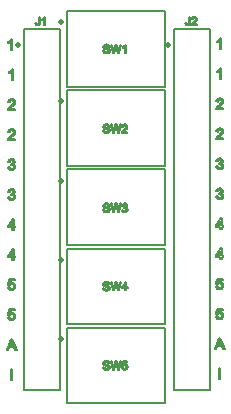
<source format=gto>
%FSLAX33Y33*%
%MOMM*%
%ADD10C,0.15*%
%ADD11C,0.2032*%
%ADD12C,0.5*%
D10*
%LNtop silkscreen_traces*%
%LNtop silkscreen component b5b981657f2f8731*%
G01*
X5875Y7099D02*
X5875Y13501D01*
X14125Y13501*
X14125Y7099*
X5875Y7099*
D11*
X9242Y9941D02*
X9242Y9941D01*
X9278Y9947*
X9311Y9955*
X9343Y9968*
X9372Y9983*
X9397Y10001*
X9419Y10022*
X9437Y10046*
X9451Y10072*
X9461Y10098*
X9467Y10125*
X9469Y10153*
X9467Y10181*
X9462Y10207*
X9453Y10232*
X9440Y10255*
X9423Y10276*
X9402Y10295*
X9377Y10312*
X9347Y10328*
X9321Y10338*
X9286Y10349*
X9242Y10361*
X9189Y10373*
X9189Y10373*
X9137Y10386*
X9137Y10386*
X9096Y10399*
X9096Y10399*
X9065Y10412*
X9065Y10412*
X9046Y10424*
X9046Y10424*
X9034Y10438*
X9034Y10438*
X9025Y10453*
X9025Y10453*
X9020Y10470*
X9020Y10470*
X9018Y10488*
X9018Y10488*
X9021Y10510*
X9021Y10510*
X9028Y10530*
X9028Y10530*
X9040Y10548*
X9040Y10548*
X9058Y10565*
X9058Y10565*
X9080Y10578*
X9080Y10578*
X9109Y10588*
X9109Y10588*
X9143Y10594*
X9143Y10594*
X9183Y10596*
X9183Y10596*
X9222Y10594*
X9222Y10594*
X9256Y10588*
X9256Y10588*
X9284Y10577*
X9284Y10577*
X9308Y10561*
X9308Y10561*
X9327Y10542*
X9327Y10542*
X9342Y10518*
X9342Y10518*
X9352Y10491*
X9352Y10490*
X9358Y10459*
X9448Y10466*
X9445Y10496*
X9438Y10525*
X9427Y10552*
X9413Y10578*
X9395Y10601*
X9373Y10622*
X9348Y10639*
X9319Y10653*
X9288Y10664*
X9254Y10672*
X9218Y10677*
X9179Y10679*
X9144Y10677*
X9110Y10673*
X9078Y10665*
X9048Y10654*
X9020Y10641*
X8996Y10624*
X8976Y10605*
X8958Y10583*
X8945Y10559*
X8935Y10534*
X8930Y10509*
X8928Y10482*
X8929Y10458*
X8934Y10435*
X8942Y10414*
X8953Y10393*
X8967Y10374*
X8984Y10357*
X9005Y10341*
X9029Y10327*
X9052Y10316*
X9083Y10305*
X9122Y10294*
X9167Y10282*
X9212Y10271*
X9212Y10271*
X9248Y10261*
X9248Y10261*
X9276Y10253*
X9276Y10253*
X9295Y10247*
X9295Y10247*
X9316Y10238*
X9316Y10238*
X9333Y10228*
X9333Y10228*
X9348Y10217*
X9348Y10217*
X9359Y10205*
X9359Y10205*
X9368Y10192*
X9368Y10191*
X9374Y10177*
X9374Y10177*
X9378Y10162*
X9378Y10162*
X9379Y10146*
X9379Y10146*
X9378Y10129*
X9378Y10129*
X9374Y10113*
X9374Y10113*
X9367Y10098*
X9367Y10098*
X9359Y10084*
X9359Y10084*
X9347Y10071*
X9347Y10071*
X9333Y10059*
X9333Y10059*
X9316Y10048*
X9316Y10048*
X9297Y10040*
X9297Y10040*
X9275Y10033*
X9275Y10033*
X9252Y10027*
X9252Y10027*
X9227Y10024*
X9227Y10024*
X9201Y10023*
X9201Y10023*
X9171Y10025*
X9171Y10025*
X9143Y10029*
X9143Y10029*
X9116Y10035*
X9116Y10035*
X9091Y10045*
X9091Y10045*
X9068Y10056*
X9068Y10056*
X9048Y10069*
X9048Y10069*
X9032Y10084*
X9032Y10084*
X9018Y10101*
X9018Y10101*
X9008Y10119*
X9008Y10119*
X8999Y10140*
X8999Y10140*
X8993Y10163*
X8993Y10163*
X8989Y10188*
X8900Y10181*
X8904Y10146*
X8911Y10113*
X8923Y10082*
X8940Y10053*
X8960Y10026*
X8984Y10003*
X9011Y9984*
X9042Y9968*
X9077Y9955*
X9116Y9947*
X9159Y9941*
X9205Y9940*
X9242Y9941*
X10454Y10667D02*
X10454Y10667D01*
X10360Y10667*
X10248Y10207*
X10248Y10207*
X10237Y10164*
X10228Y10124*
X10219Y10086*
X10212Y10051*
X10211Y10051*
X10201Y10112*
X10189Y10174*
X10173Y10238*
X10155Y10305*
X10053Y10667*
X9939Y10667*
X9803Y10183*
X9799Y10169*
X9793Y10142*
X9783Y10102*
X9771Y10051*
X9770Y10051*
X9763Y10088*
X9756Y10124*
X9748Y10161*
X9740Y10198*
X9631Y10667*
X9535Y10667*
X9725Y9952*
X9820Y9952*
X9972Y10497*
X9977Y10515*
X9982Y10535*
X9988Y10557*
X9993Y10581*
X9994Y10581*
X9997Y10570*
X10002Y10552*
X10008Y10528*
X10017Y10497*
X10017Y10497*
X10167Y9952*
X10258Y9952*
X10454Y10667*
X10877Y10123D02*
X10877Y10123D01*
X10877Y10123*
X10973Y10123*
X10973Y10203*
X10877Y10203*
X10877Y10203*
X10877Y10667*
X10805Y10667*
X10479Y10203*
X10479Y10123*
X10789Y10123*
X10790Y10123*
X10790Y9952*
X10877Y9952*
X10877Y10123*
X10789Y10524D02*
X10789Y10524D01*
X10566Y10204*
X10789Y10204*
X10789Y10524*
D12*
X5375Y12550D03*
%LNtop silkscreen component fb49618feed99df2*%
D10*
X5875Y27209D02*
X5875Y33611D01*
X14125Y33611*
X14125Y27209*
X5875Y27209*
D11*
X9242Y30041D02*
X9242Y30041D01*
X9278Y30047*
X9311Y30055*
X9343Y30068*
X9372Y30083*
X9397Y30101*
X9419Y30122*
X9437Y30146*
X9451Y30172*
X9461Y30198*
X9467Y30225*
X9469Y30253*
X9467Y30281*
X9462Y30307*
X9453Y30332*
X9440Y30355*
X9423Y30376*
X9402Y30395*
X9377Y30412*
X9347Y30428*
X9321Y30438*
X9286Y30449*
X9242Y30461*
X9189Y30473*
X9189Y30473*
X9137Y30486*
X9137Y30486*
X9096Y30499*
X9096Y30499*
X9065Y30512*
X9065Y30512*
X9046Y30524*
X9046Y30524*
X9034Y30538*
X9034Y30538*
X9025Y30553*
X9025Y30553*
X9020Y30570*
X9020Y30570*
X9018Y30588*
X9018Y30588*
X9021Y30610*
X9021Y30610*
X9028Y30630*
X9028Y30630*
X9040Y30648*
X9040Y30648*
X9058Y30665*
X9058Y30665*
X9080Y30678*
X9080Y30678*
X9109Y30688*
X9109Y30688*
X9143Y30694*
X9143Y30694*
X9183Y30696*
X9183Y30696*
X9222Y30694*
X9222Y30694*
X9256Y30688*
X9256Y30688*
X9284Y30677*
X9284Y30677*
X9308Y30661*
X9308Y30661*
X9327Y30642*
X9327Y30642*
X9342Y30618*
X9342Y30618*
X9352Y30591*
X9352Y30590*
X9358Y30559*
X9448Y30566*
X9445Y30596*
X9438Y30625*
X9427Y30652*
X9413Y30678*
X9395Y30701*
X9373Y30722*
X9348Y30739*
X9319Y30753*
X9288Y30764*
X9254Y30772*
X9218Y30777*
X9179Y30779*
X9144Y30777*
X9110Y30773*
X9078Y30765*
X9048Y30754*
X9020Y30741*
X8996Y30724*
X8976Y30705*
X8958Y30683*
X8945Y30659*
X8935Y30634*
X8930Y30609*
X8928Y30582*
X8929Y30558*
X8934Y30535*
X8942Y30514*
X8953Y30493*
X8967Y30474*
X8984Y30457*
X9005Y30441*
X9029Y30427*
X9052Y30416*
X9083Y30405*
X9122Y30394*
X9167Y30382*
X9212Y30371*
X9212Y30371*
X9248Y30361*
X9248Y30361*
X9276Y30353*
X9276Y30353*
X9295Y30347*
X9295Y30347*
X9316Y30338*
X9316Y30338*
X9333Y30328*
X9333Y30328*
X9348Y30317*
X9348Y30317*
X9359Y30305*
X9359Y30305*
X9368Y30292*
X9368Y30291*
X9374Y30277*
X9374Y30277*
X9378Y30262*
X9378Y30262*
X9379Y30246*
X9379Y30246*
X9378Y30229*
X9378Y30229*
X9374Y30213*
X9374Y30213*
X9367Y30198*
X9367Y30198*
X9359Y30184*
X9359Y30184*
X9347Y30171*
X9347Y30171*
X9333Y30159*
X9333Y30159*
X9316Y30148*
X9316Y30148*
X9297Y30140*
X9297Y30140*
X9275Y30133*
X9275Y30133*
X9252Y30127*
X9252Y30127*
X9227Y30124*
X9227Y30124*
X9201Y30123*
X9201Y30123*
X9171Y30125*
X9171Y30125*
X9143Y30129*
X9143Y30129*
X9116Y30135*
X9116Y30135*
X9091Y30145*
X9091Y30145*
X9068Y30156*
X9068Y30156*
X9048Y30169*
X9048Y30169*
X9032Y30184*
X9032Y30184*
X9018Y30201*
X9018Y30201*
X9008Y30219*
X9008Y30219*
X8999Y30240*
X8999Y30240*
X8993Y30263*
X8993Y30263*
X8989Y30288*
X8900Y30281*
X8904Y30246*
X8911Y30213*
X8923Y30182*
X8940Y30153*
X8960Y30126*
X8984Y30103*
X9011Y30084*
X9042Y30068*
X9077Y30055*
X9116Y30047*
X9159Y30041*
X9205Y30040*
X9242Y30041*
X10454Y30767D02*
X10454Y30767D01*
X10360Y30767*
X10248Y30307*
X10248Y30307*
X10237Y30264*
X10228Y30224*
X10219Y30186*
X10212Y30151*
X10211Y30151*
X10201Y30212*
X10189Y30274*
X10173Y30338*
X10155Y30405*
X10053Y30767*
X9939Y30767*
X9803Y30283*
X9799Y30269*
X9793Y30242*
X9783Y30202*
X9771Y30151*
X9770Y30151*
X9763Y30188*
X9756Y30224*
X9748Y30261*
X9740Y30298*
X9631Y30767*
X9535Y30767*
X9725Y30052*
X9820Y30052*
X9972Y30597*
X9977Y30615*
X9982Y30635*
X9988Y30657*
X9993Y30681*
X9994Y30681*
X9997Y30670*
X10002Y30652*
X10008Y30628*
X10017Y30597*
X10017Y30597*
X10167Y30052*
X10258Y30052*
X10454Y30767*
X10838Y30769D02*
X10838Y30769D01*
X10782Y30769*
X10769Y30746*
X10769Y30746*
X10751Y30723*
X10751Y30723*
X10730Y30698*
X10730Y30698*
X10704Y30674*
X10704Y30674*
X10675Y30650*
X10675Y30650*
X10644Y30628*
X10644Y30628*
X10611Y30608*
X10611Y30608*
X10575Y30590*
X10575Y30506*
X10596Y30514*
X10618Y30525*
X10642Y30537*
X10667Y30551*
X10692Y30566*
X10714Y30581*
X10733Y30597*
X10750Y30612*
X10751Y30612*
X10751Y30052*
X10838Y30052*
X10838Y30769*
D12*
X5375Y32660D03*
%LNtop silkscreen component 71733dfa736b678a*%
D10*
X5875Y0399D02*
X5875Y6801D01*
X14125Y6801*
X14125Y0399*
X5875Y0399*
D11*
X9242Y3241D02*
X9242Y3241D01*
X9278Y3247*
X9311Y3255*
X9343Y3268*
X9372Y3283*
X9397Y3301*
X9419Y3322*
X9437Y3346*
X9451Y3372*
X9461Y3398*
X9467Y3425*
X9469Y3453*
X9467Y3481*
X9462Y3507*
X9453Y3532*
X9440Y3555*
X9423Y3576*
X9402Y3595*
X9377Y3612*
X9347Y3628*
X9321Y3638*
X9286Y3649*
X9242Y3661*
X9189Y3673*
X9189Y3673*
X9137Y3686*
X9137Y3686*
X9096Y3699*
X9096Y3699*
X9065Y3712*
X9065Y3712*
X9046Y3724*
X9046Y3724*
X9034Y3738*
X9034Y3738*
X9025Y3753*
X9025Y3753*
X9020Y3770*
X9020Y3770*
X9018Y3788*
X9018Y3788*
X9021Y3810*
X9021Y3810*
X9028Y3830*
X9028Y3830*
X9040Y3848*
X9040Y3848*
X9058Y3865*
X9058Y3865*
X9080Y3878*
X9080Y3878*
X9109Y3888*
X9109Y3888*
X9143Y3894*
X9143Y3894*
X9183Y3896*
X9183Y3896*
X9222Y3894*
X9222Y3894*
X9256Y3888*
X9256Y3888*
X9284Y3877*
X9284Y3877*
X9308Y3861*
X9308Y3861*
X9327Y3842*
X9327Y3842*
X9342Y3818*
X9342Y3818*
X9352Y3791*
X9352Y3790*
X9358Y3759*
X9448Y3766*
X9445Y3796*
X9438Y3825*
X9427Y3852*
X9413Y3878*
X9395Y3901*
X9373Y3922*
X9348Y3939*
X9319Y3953*
X9288Y3964*
X9254Y3972*
X9218Y3977*
X9179Y3979*
X9144Y3977*
X9110Y3973*
X9078Y3965*
X9048Y3954*
X9020Y3941*
X8996Y3924*
X8976Y3905*
X8958Y3883*
X8945Y3859*
X8935Y3834*
X8930Y3809*
X8928Y3782*
X8929Y3758*
X8934Y3735*
X8942Y3714*
X8953Y3693*
X8967Y3674*
X8984Y3657*
X9005Y3641*
X9029Y3627*
X9052Y3616*
X9083Y3605*
X9122Y3594*
X9167Y3582*
X9212Y3571*
X9212Y3571*
X9248Y3561*
X9248Y3561*
X9276Y3553*
X9276Y3553*
X9295Y3547*
X9295Y3547*
X9316Y3538*
X9316Y3538*
X9333Y3528*
X9333Y3528*
X9348Y3517*
X9348Y3517*
X9359Y3505*
X9359Y3505*
X9368Y3492*
X9368Y3491*
X9374Y3477*
X9374Y3477*
X9378Y3462*
X9378Y3462*
X9379Y3446*
X9379Y3446*
X9378Y3429*
X9378Y3429*
X9374Y3413*
X9374Y3413*
X9367Y3398*
X9367Y3398*
X9359Y3384*
X9359Y3384*
X9347Y3371*
X9347Y3371*
X9333Y3359*
X9333Y3359*
X9316Y3348*
X9316Y3348*
X9297Y3340*
X9297Y3340*
X9275Y3333*
X9275Y3333*
X9252Y3327*
X9252Y3327*
X9227Y3324*
X9227Y3324*
X9201Y3323*
X9201Y3323*
X9171Y3325*
X9171Y3325*
X9143Y3329*
X9143Y3329*
X9116Y3335*
X9116Y3335*
X9091Y3345*
X9091Y3345*
X9068Y3356*
X9068Y3356*
X9048Y3369*
X9048Y3369*
X9032Y3384*
X9032Y3384*
X9018Y3401*
X9018Y3401*
X9008Y3419*
X9008Y3419*
X8999Y3440*
X8999Y3440*
X8993Y3463*
X8993Y3463*
X8989Y3488*
X8900Y3481*
X8904Y3446*
X8911Y3413*
X8923Y3382*
X8940Y3353*
X8960Y3326*
X8984Y3303*
X9011Y3284*
X9042Y3268*
X9077Y3255*
X9116Y3247*
X9159Y3241*
X9205Y3240*
X9242Y3241*
X10454Y3967D02*
X10454Y3967D01*
X10360Y3967*
X10248Y3507*
X10248Y3507*
X10237Y3464*
X10228Y3424*
X10219Y3386*
X10212Y3351*
X10211Y3351*
X10201Y3412*
X10189Y3474*
X10173Y3538*
X10155Y3605*
X10053Y3967*
X9939Y3967*
X9803Y3483*
X9799Y3469*
X9793Y3442*
X9783Y3402*
X9771Y3351*
X9770Y3351*
X9763Y3388*
X9756Y3424*
X9748Y3461*
X9740Y3498*
X9631Y3967*
X9535Y3967*
X9725Y3252*
X9820Y3252*
X9972Y3797*
X9977Y3815*
X9982Y3835*
X9988Y3857*
X9993Y3881*
X9994Y3881*
X9997Y3870*
X10002Y3852*
X10008Y3828*
X10017Y3797*
X10017Y3797*
X10167Y3252*
X10258Y3252*
X10454Y3967*
X10794Y3245D02*
X10794Y3245D01*
X10844Y3261*
X10887Y3288*
X10925Y3326*
X10950Y3363*
X10967Y3403*
X10978Y3447*
X10981Y3494*
X10977Y3542*
X10965Y3586*
X10945Y3626*
X10917Y3661*
X10883Y3689*
X10846Y3709*
X10804Y3721*
X10759Y3725*
X10724Y3722*
X10690Y3714*
X10657Y3700*
X10624Y3680*
X10624Y3681*
X10662Y3874*
X10662Y3874*
X10948Y3874*
X10948Y3957*
X10593Y3957*
X10524Y3590*
X10605Y3579*
X10616Y3594*
X10616Y3594*
X10628Y3607*
X10628Y3607*
X10643Y3619*
X10643Y3619*
X10659Y3629*
X10659Y3629*
X10677Y3638*
X10677Y3638*
X10695Y3644*
X10695Y3644*
X10715Y3647*
X10715Y3647*
X10736Y3649*
X10736Y3649*
X10769Y3646*
X10769Y3646*
X10798Y3638*
X10798Y3638*
X10824Y3624*
X10824Y3624*
X10847Y3605*
X10847Y3605*
X10865Y3581*
X10865Y3581*
X10879Y3554*
X10879Y3553*
X10887Y3522*
X10887Y3522*
X10889Y3486*
X10889Y3486*
X10886Y3448*
X10886Y3448*
X10878Y3415*
X10878Y3415*
X10864Y3385*
X10864Y3385*
X10845Y3359*
X10845Y3359*
X10822Y3338*
X10822Y3338*
X10796Y3323*
X10796Y3323*
X10768Y3314*
X10768Y3314*
X10737Y3311*
X10737Y3311*
X10712Y3313*
X10712Y3313*
X10688Y3319*
X10688Y3319*
X10667Y3330*
X10667Y3330*
X10647Y3345*
X10647Y3345*
X10630Y3364*
X10630Y3364*
X10616Y3387*
X10616Y3387*
X10606Y3415*
X10606Y3415*
X10599Y3446*
X10508Y3438*
X10516Y3396*
X10530Y3358*
X10551Y3324*
X10578Y3294*
X10611Y3270*
X10649Y3253*
X10691Y3243*
X10737Y3240*
X10794Y3245*
D12*
X5375Y5850D03*
%LNtop silkscreen component 144fe9a21d20c8f6*%
D10*
X5875Y13799D02*
X5875Y20201D01*
X14125Y20201*
X14125Y13799*
X5875Y13799*
D11*
X9242Y16591D02*
X9242Y16591D01*
X9278Y16597*
X9311Y16605*
X9343Y16618*
X9372Y16633*
X9397Y16651*
X9419Y16672*
X9437Y16696*
X9451Y16722*
X9461Y16748*
X9467Y16775*
X9469Y16803*
X9467Y16831*
X9462Y16857*
X9453Y16882*
X9440Y16905*
X9423Y16926*
X9402Y16945*
X9377Y16962*
X9347Y16978*
X9321Y16988*
X9286Y16999*
X9242Y17011*
X9189Y17023*
X9189Y17023*
X9137Y17036*
X9137Y17036*
X9096Y17049*
X9096Y17049*
X9065Y17062*
X9065Y17062*
X9046Y17074*
X9046Y17074*
X9034Y17088*
X9034Y17088*
X9025Y17103*
X9025Y17103*
X9020Y17120*
X9020Y17120*
X9018Y17138*
X9018Y17138*
X9021Y17160*
X9021Y17160*
X9028Y17180*
X9028Y17180*
X9040Y17198*
X9040Y17198*
X9058Y17215*
X9058Y17215*
X9080Y17228*
X9080Y17228*
X9109Y17238*
X9109Y17238*
X9143Y17244*
X9143Y17244*
X9183Y17246*
X9183Y17246*
X9222Y17244*
X9222Y17244*
X9256Y17238*
X9256Y17238*
X9284Y17227*
X9284Y17227*
X9308Y17211*
X9308Y17211*
X9327Y17192*
X9327Y17192*
X9342Y17168*
X9342Y17168*
X9352Y17141*
X9352Y17140*
X9358Y17109*
X9448Y17116*
X9445Y17146*
X9438Y17175*
X9427Y17202*
X9413Y17228*
X9395Y17251*
X9373Y17272*
X9348Y17289*
X9319Y17303*
X9288Y17314*
X9254Y17322*
X9218Y17327*
X9179Y17329*
X9144Y17327*
X9110Y17323*
X9078Y17315*
X9048Y17304*
X9020Y17291*
X8996Y17274*
X8976Y17255*
X8958Y17233*
X8945Y17209*
X8935Y17184*
X8930Y17159*
X8928Y17132*
X8929Y17108*
X8934Y17085*
X8942Y17064*
X8953Y17043*
X8967Y17024*
X8984Y17007*
X9005Y16991*
X9029Y16977*
X9052Y16966*
X9083Y16955*
X9122Y16944*
X9167Y16932*
X9212Y16921*
X9212Y16921*
X9248Y16911*
X9248Y16911*
X9276Y16903*
X9276Y16903*
X9295Y16897*
X9295Y16897*
X9316Y16888*
X9316Y16888*
X9333Y16878*
X9333Y16878*
X9348Y16867*
X9348Y16867*
X9359Y16855*
X9359Y16855*
X9368Y16842*
X9368Y16841*
X9374Y16827*
X9374Y16827*
X9378Y16812*
X9378Y16812*
X9379Y16796*
X9379Y16796*
X9378Y16779*
X9378Y16779*
X9374Y16763*
X9374Y16763*
X9367Y16748*
X9367Y16748*
X9359Y16734*
X9359Y16734*
X9347Y16721*
X9347Y16721*
X9333Y16709*
X9333Y16709*
X9316Y16698*
X9316Y16698*
X9297Y16690*
X9297Y16690*
X9275Y16683*
X9275Y16683*
X9252Y16677*
X9252Y16677*
X9227Y16674*
X9227Y16674*
X9201Y16673*
X9201Y16673*
X9171Y16675*
X9171Y16675*
X9143Y16679*
X9143Y16679*
X9116Y16685*
X9116Y16685*
X9091Y16695*
X9091Y16695*
X9068Y16706*
X9068Y16706*
X9048Y16719*
X9048Y16719*
X9032Y16734*
X9032Y16734*
X9018Y16751*
X9018Y16751*
X9008Y16769*
X9008Y16769*
X8999Y16790*
X8999Y16790*
X8993Y16813*
X8993Y16813*
X8989Y16838*
X8900Y16831*
X8904Y16796*
X8911Y16763*
X8923Y16732*
X8940Y16703*
X8960Y16676*
X8984Y16653*
X9011Y16634*
X9042Y16618*
X9077Y16605*
X9116Y16597*
X9159Y16591*
X9205Y16590*
X9242Y16591*
X10454Y17317D02*
X10454Y17317D01*
X10360Y17317*
X10248Y16857*
X10248Y16857*
X10237Y16814*
X10228Y16774*
X10219Y16736*
X10212Y16701*
X10211Y16701*
X10201Y16762*
X10189Y16824*
X10173Y16888*
X10155Y16955*
X10053Y17317*
X9939Y17317*
X9803Y16833*
X9799Y16819*
X9793Y16792*
X9783Y16752*
X9771Y16701*
X9770Y16701*
X9763Y16738*
X9756Y16774*
X9748Y16811*
X9740Y16848*
X9631Y17317*
X9535Y17317*
X9725Y16602*
X9820Y16602*
X9972Y17147*
X9977Y17165*
X9982Y17185*
X9988Y17207*
X9993Y17231*
X9994Y17231*
X9997Y17220*
X10002Y17202*
X10008Y17178*
X10017Y17147*
X10017Y17147*
X10167Y16602*
X10258Y16602*
X10454Y17317*
X10785Y16593D02*
X10785Y16593D01*
X10831Y16605*
X10872Y16626*
X10908Y16654*
X10938Y16688*
X10959Y16726*
X10972Y16768*
X10976Y16813*
X10974Y16846*
X10967Y16876*
X10956Y16903*
X10941Y16928*
X10922Y16949*
X10899Y16966*
X10873Y16979*
X10842Y16989*
X10842Y16989*
X10865Y17002*
X10885Y17016*
X10902Y17032*
X10916Y17050*
X10927Y17069*
X10935Y17090*
X10939Y17111*
X10941Y17134*
X10939Y17158*
X10934Y17181*
X10926Y17204*
X10915Y17226*
X10900Y17246*
X10883Y17265*
X10863Y17281*
X10840Y17294*
X10814Y17305*
X10788Y17313*
X10761Y17318*
X10732Y17319*
X10691Y17316*
X10654Y17307*
X10620Y17292*
X10590Y17271*
X10564Y17244*
X10543Y17213*
X10528Y17176*
X10517Y17135*
X10604Y17119*
X10610Y17149*
X10610Y17149*
X10620Y17175*
X10620Y17175*
X10633Y17198*
X10633Y17198*
X10648Y17216*
X10648Y17216*
X10666Y17230*
X10666Y17230*
X10687Y17240*
X10687Y17240*
X10709Y17246*
X10709Y17246*
X10734Y17248*
X10734Y17248*
X10759Y17246*
X10759Y17246*
X10781Y17240*
X10781Y17240*
X10801Y17230*
X10801Y17230*
X10819Y17216*
X10819Y17216*
X10833Y17199*
X10833Y17199*
X10843Y17180*
X10843Y17180*
X10850Y17159*
X10850Y17159*
X10852Y17136*
X10852Y17136*
X10849Y17107*
X10849Y17107*
X10840Y17083*
X10840Y17083*
X10826Y17062*
X10826Y17062*
X10807Y17045*
X10806Y17045*
X10783Y17032*
X10783Y17032*
X10759Y17023*
X10759Y17023*
X10733Y17018*
X10733Y17018*
X10705Y17016*
X10705Y17016*
X10702Y17016*
X10702Y17016*
X10699Y17016*
X10699Y17016*
X10695Y17016*
X10695Y17016*
X10691Y17017*
X10682Y16941*
X10699Y16945*
X10699Y16945*
X10715Y16948*
X10715Y16948*
X10730Y16950*
X10730Y16950*
X10743Y16950*
X10743Y16950*
X10772Y16948*
X10773Y16948*
X10799Y16940*
X10799Y16940*
X10823Y16928*
X10823Y16928*
X10844Y16911*
X10844Y16911*
X10862Y16890*
X10862Y16890*
X10874Y16866*
X10874Y16866*
X10881Y16840*
X10881Y16840*
X10884Y16811*
X10884Y16811*
X10881Y16780*
X10881Y16780*
X10873Y16752*
X10873Y16752*
X10860Y16727*
X10860Y16727*
X10841Y16704*
X10841Y16704*
X10818Y16685*
X10818Y16685*
X10793Y16672*
X10793Y16672*
X10766Y16663*
X10766Y16663*
X10736Y16661*
X10736Y16661*
X10711Y16663*
X10711Y16663*
X10687Y16669*
X10687Y16669*
X10666Y16679*
X10666Y16679*
X10647Y16694*
X10647Y16694*
X10630Y16713*
X10630Y16713*
X10616Y16737*
X10616Y16737*
X10604Y16767*
X10604Y16767*
X10595Y16801*
X10508Y16790*
X10516Y16748*
X10530Y16709*
X10552Y16675*
X10579Y16645*
X10612Y16621*
X10649Y16603*
X10690Y16593*
X10735Y16589*
X10785Y16593*
D12*
X5375Y19250D03*
%LNtop silkscreen component 37417e4259248a20*%
D10*
X14880Y1495D02*
X14880Y32065D01*
X17920Y32065*
X17920Y1495*
X14880Y1495*
D11*
X16094Y32397D02*
X16094Y32397D01*
X16122Y32402*
X16149Y32410*
X16173Y32421*
X16195Y32435*
X16214Y32453*
X16230Y32473*
X16242Y32496*
X16252Y32523*
X16258Y32555*
X16262Y32593*
X16264Y32635*
X16264Y33122*
X16170Y33122*
X16170Y32630*
X16170Y32630*
X16169Y32601*
X16169Y32601*
X16168Y32576*
X16168Y32576*
X16165Y32556*
X16165Y32556*
X16160Y32540*
X16160Y32540*
X16154Y32527*
X16154Y32526*
X16146Y32515*
X16146Y32515*
X16136Y32504*
X16136Y32504*
X16124Y32495*
X16124Y32495*
X16111Y32488*
X16111Y32488*
X16096Y32483*
X16096Y32483*
X16080Y32480*
X16080Y32480*
X16063Y32479*
X16063Y32479*
X16040Y32481*
X16040Y32481*
X16019Y32486*
X16019Y32486*
X16002Y32496*
X16002Y32496*
X15987Y32509*
X15987Y32509*
X15974Y32528*
X15974Y32528*
X15965Y32553*
X15965Y32553*
X15959Y32584*
X15959Y32584*
X15956Y32621*
X15871Y32610*
X15873Y32560*
X15882Y32517*
X15897Y32480*
X15919Y32449*
X15947Y32426*
X15980Y32409*
X16019Y32399*
X16063Y32395*
X16094Y32397*
X16845Y32491D02*
X16845Y32491D01*
X16494Y32491*
X16494Y32491*
X16502Y32504*
X16502Y32504*
X16510Y32516*
X16510Y32516*
X16520Y32528*
X16520Y32528*
X16531Y32539*
X16531Y32539*
X16546Y32554*
X16546Y32554*
X16568Y32574*
X16568Y32574*
X16597Y32599*
X16597Y32599*
X16633Y32630*
X16677Y32667*
X16714Y32701*
X16744Y32730*
X16768Y32755*
X16787Y32778*
X16803Y32800*
X16816Y32822*
X16826Y32843*
X16834Y32864*
X16839Y32885*
X16843Y32906*
X16844Y32927*
X16840Y32967*
X16829Y33004*
X16810Y33038*
X16784Y33068*
X16751Y33093*
X16713Y33111*
X16670Y33122*
X16621Y33125*
X16573Y33122*
X16530Y33112*
X16492Y33096*
X16459Y33072*
X16432Y33043*
X16411Y33008*
X16397Y32966*
X16389Y32919*
X16479Y32910*
X16481Y32941*
X16481Y32941*
X16489Y32970*
X16489Y32970*
X16501Y32994*
X16501Y32994*
X16517Y33015*
X16517Y33015*
X16538Y33032*
X16538Y33032*
X16562Y33044*
X16562Y33044*
X16589Y33051*
X16589Y33051*
X16619Y33054*
X16619Y33054*
X16648Y33051*
X16648Y33051*
X16674Y33045*
X16674Y33044*
X16697Y33033*
X16697Y33033*
X16717Y33017*
X16717Y33017*
X16733Y32998*
X16733Y32998*
X16745Y32977*
X16745Y32977*
X16752Y32954*
X16752Y32954*
X16755Y32929*
X16755Y32929*
X16752Y32904*
X16752Y32904*
X16744Y32877*
X16744Y32877*
X16731Y32851*
X16731Y32851*
X16713Y32823*
X16713Y32823*
X16688Y32792*
X16688Y32792*
X16653Y32757*
X16653Y32757*
X16609Y32717*
X16609Y32717*
X16556Y32671*
X16556Y32671*
X16520Y32641*
X16489Y32613*
X16463Y32587*
X16441Y32563*
X16422Y32539*
X16406Y32516*
X16393Y32492*
X16383Y32468*
X16378Y32453*
X16375Y32438*
X16373Y32423*
X16373Y32408*
X16845Y32408*
X16845Y32491*
D12*
X14380Y30750D03*
%LNtop silkscreen component e1d5e43d5734db6b*%
D10*
X2180Y1495D02*
X2180Y32065D01*
X5220Y32065*
X5220Y1495*
X2180Y1495*
D11*
X3394Y32397D02*
X3394Y32397D01*
X3422Y32402*
X3449Y32410*
X3473Y32421*
X3495Y32435*
X3514Y32453*
X3530Y32473*
X3542Y32496*
X3552Y32523*
X3558Y32555*
X3562Y32593*
X3564Y32635*
X3564Y33122*
X3470Y33122*
X3470Y32630*
X3470Y32630*
X3469Y32601*
X3469Y32601*
X3468Y32576*
X3468Y32576*
X3465Y32556*
X3465Y32556*
X3460Y32540*
X3460Y32540*
X3454Y32527*
X3454Y32526*
X3446Y32515*
X3446Y32515*
X3436Y32504*
X3436Y32504*
X3424Y32495*
X3424Y32495*
X3411Y32488*
X3411Y32488*
X3396Y32483*
X3396Y32483*
X3380Y32480*
X3380Y32480*
X3363Y32479*
X3363Y32479*
X3340Y32481*
X3340Y32481*
X3319Y32486*
X3319Y32486*
X3302Y32496*
X3302Y32496*
X3287Y32509*
X3287Y32509*
X3274Y32528*
X3274Y32528*
X3265Y32553*
X3265Y32553*
X3259Y32584*
X3259Y32584*
X3256Y32621*
X3171Y32610*
X3173Y32560*
X3182Y32517*
X3197Y32480*
X3219Y32449*
X3247Y32426*
X3280Y32409*
X3319Y32399*
X3363Y32395*
X3394Y32397*
X4014Y33125D02*
X4014Y33125D01*
X3958Y33125*
X3945Y33102*
X3945Y33102*
X3927Y33078*
X3927Y33078*
X3906Y33054*
X3906Y33054*
X3880Y33030*
X3880Y33030*
X3851Y33006*
X3851Y33006*
X3820Y32984*
X3820Y32984*
X3787Y32964*
X3787Y32964*
X3751Y32946*
X3751Y32862*
X3772Y32870*
X3794Y32880*
X3818Y32893*
X3843Y32907*
X3868Y32922*
X3890Y32937*
X3909Y32952*
X3927Y32968*
X3927Y32967*
X3927Y32408*
X4014Y32408*
X4014Y33125*
D12*
X1680Y30750D03*
%LNtop silkscreen component 6d5c9a98175d7d20*%
D10*
X5875Y20499D02*
X5875Y26901D01*
X14125Y26901*
X14125Y20499*
X5875Y20499*
D11*
X9242Y23291D02*
X9242Y23291D01*
X9278Y23297*
X9311Y23305*
X9343Y23318*
X9372Y23333*
X9397Y23351*
X9419Y23372*
X9437Y23396*
X9451Y23422*
X9461Y23448*
X9467Y23475*
X9469Y23503*
X9467Y23531*
X9462Y23557*
X9453Y23582*
X9440Y23605*
X9423Y23626*
X9402Y23645*
X9377Y23662*
X9347Y23678*
X9321Y23688*
X9286Y23699*
X9242Y23711*
X9189Y23723*
X9189Y23723*
X9137Y23736*
X9137Y23736*
X9096Y23749*
X9096Y23749*
X9065Y23762*
X9065Y23762*
X9046Y23774*
X9046Y23774*
X9034Y23788*
X9034Y23788*
X9025Y23803*
X9025Y23803*
X9020Y23820*
X9020Y23820*
X9018Y23838*
X9018Y23838*
X9021Y23860*
X9021Y23860*
X9028Y23880*
X9028Y23880*
X9040Y23898*
X9040Y23898*
X9058Y23915*
X9058Y23915*
X9080Y23928*
X9080Y23928*
X9109Y23938*
X9109Y23938*
X9143Y23944*
X9143Y23944*
X9183Y23946*
X9183Y23946*
X9222Y23944*
X9222Y23944*
X9256Y23938*
X9256Y23938*
X9284Y23927*
X9284Y23927*
X9308Y23911*
X9308Y23911*
X9327Y23892*
X9327Y23892*
X9342Y23868*
X9342Y23868*
X9352Y23841*
X9352Y23840*
X9358Y23809*
X9448Y23816*
X9445Y23846*
X9438Y23875*
X9427Y23902*
X9413Y23928*
X9395Y23951*
X9373Y23972*
X9348Y23989*
X9319Y24003*
X9288Y24014*
X9254Y24022*
X9218Y24027*
X9179Y24029*
X9144Y24027*
X9110Y24023*
X9078Y24015*
X9048Y24004*
X9020Y23991*
X8996Y23974*
X8976Y23955*
X8958Y23933*
X8945Y23909*
X8935Y23884*
X8930Y23859*
X8928Y23832*
X8929Y23808*
X8934Y23785*
X8942Y23764*
X8953Y23743*
X8967Y23724*
X8984Y23707*
X9005Y23691*
X9029Y23677*
X9052Y23666*
X9083Y23655*
X9122Y23644*
X9167Y23632*
X9212Y23621*
X9212Y23621*
X9248Y23611*
X9248Y23611*
X9276Y23603*
X9276Y23603*
X9295Y23597*
X9295Y23597*
X9316Y23588*
X9316Y23588*
X9333Y23578*
X9333Y23578*
X9348Y23567*
X9348Y23567*
X9359Y23555*
X9359Y23555*
X9368Y23542*
X9368Y23541*
X9374Y23527*
X9374Y23527*
X9378Y23512*
X9378Y23512*
X9379Y23496*
X9379Y23496*
X9378Y23479*
X9378Y23479*
X9374Y23463*
X9374Y23463*
X9367Y23448*
X9367Y23448*
X9359Y23434*
X9359Y23434*
X9347Y23421*
X9347Y23421*
X9333Y23409*
X9333Y23409*
X9316Y23398*
X9316Y23398*
X9297Y23390*
X9297Y23390*
X9275Y23383*
X9275Y23383*
X9252Y23377*
X9252Y23377*
X9227Y23374*
X9227Y23374*
X9201Y23373*
X9201Y23373*
X9171Y23375*
X9171Y23375*
X9143Y23379*
X9143Y23379*
X9116Y23385*
X9116Y23385*
X9091Y23395*
X9091Y23395*
X9068Y23406*
X9068Y23406*
X9048Y23419*
X9048Y23419*
X9032Y23434*
X9032Y23434*
X9018Y23451*
X9018Y23451*
X9008Y23469*
X9008Y23469*
X8999Y23490*
X8999Y23490*
X8993Y23513*
X8993Y23513*
X8989Y23538*
X8900Y23531*
X8904Y23496*
X8911Y23463*
X8923Y23432*
X8940Y23403*
X8960Y23376*
X8984Y23353*
X9011Y23334*
X9042Y23318*
X9077Y23305*
X9116Y23297*
X9159Y23291*
X9205Y23290*
X9242Y23291*
X10454Y24017D02*
X10454Y24017D01*
X10360Y24017*
X10248Y23557*
X10248Y23557*
X10237Y23514*
X10228Y23474*
X10219Y23436*
X10212Y23401*
X10211Y23401*
X10201Y23462*
X10189Y23524*
X10173Y23588*
X10155Y23655*
X10053Y24017*
X9939Y24017*
X9803Y23533*
X9799Y23519*
X9793Y23492*
X9783Y23452*
X9771Y23401*
X9770Y23401*
X9763Y23438*
X9756Y23474*
X9748Y23511*
X9740Y23548*
X9631Y24017*
X9535Y24017*
X9725Y23302*
X9820Y23302*
X9972Y23847*
X9977Y23865*
X9982Y23885*
X9988Y23907*
X9993Y23931*
X9994Y23931*
X9997Y23920*
X10002Y23902*
X10008Y23878*
X10017Y23847*
X10017Y23847*
X10167Y23302*
X10258Y23302*
X10454Y24017*
X10969Y23385D02*
X10969Y23385D01*
X10618Y23385*
X10618Y23386*
X10626Y23398*
X10626Y23398*
X10634Y23410*
X10634Y23410*
X10644Y23422*
X10644Y23422*
X10655Y23434*
X10655Y23434*
X10670Y23448*
X10670Y23448*
X10692Y23468*
X10692Y23468*
X10721Y23493*
X10721Y23493*
X10757Y23524*
X10801Y23562*
X10838Y23595*
X10868Y23625*
X10892Y23650*
X10911Y23672*
X10927Y23694*
X10940Y23716*
X10950Y23737*
X10958Y23758*
X10963Y23779*
X10967Y23800*
X10968Y23821*
X10964Y23862*
X10953Y23899*
X10934Y23932*
X10908Y23962*
X10875Y23987*
X10837Y24005*
X10794Y24016*
X10745Y24019*
X10697Y24016*
X10654Y24006*
X10616Y23990*
X10583Y23967*
X10556Y23937*
X10535Y23902*
X10521Y23860*
X10513Y23813*
X10603Y23804*
X10605Y23836*
X10605Y23836*
X10612Y23864*
X10613Y23864*
X10625Y23888*
X10625Y23889*
X10641Y23909*
X10641Y23909*
X10662Y23926*
X10662Y23926*
X10686Y23938*
X10686Y23938*
X10713Y23945*
X10713Y23945*
X10743Y23948*
X10743Y23948*
X10772Y23945*
X10772Y23945*
X10798Y23939*
X10798Y23939*
X10821Y23927*
X10821Y23927*
X10841Y23912*
X10841Y23912*
X10857Y23893*
X10857Y23893*
X10869Y23872*
X10869Y23872*
X10876Y23848*
X10876Y23848*
X10878Y23823*
X10878Y23823*
X10876Y23798*
X10876Y23798*
X10868Y23772*
X10868Y23772*
X10855Y23745*
X10855Y23745*
X10837Y23717*
X10837Y23717*
X10812Y23687*
X10812Y23687*
X10777Y23651*
X10777Y23651*
X10733Y23611*
X10733Y23611*
X10680Y23565*
X10680Y23565*
X10644Y23536*
X10613Y23508*
X10587Y23481*
X10565Y23457*
X10546Y23434*
X10530Y23410*
X10517Y23386*
X10507Y23362*
X10502Y23347*
X10499Y23332*
X10497Y23317*
X10497Y23302*
X10969Y23302*
X10969Y23385*
D12*
X5375Y25950D03*
%LNtext*%
D11*
X18899Y28752D02*
X18899Y28752D01*
X18828Y28752*
X18811Y28723*
X18811Y28723*
X18789Y28693*
X18789Y28693*
X18762Y28662*
X18762Y28662*
X18729Y28631*
X18729Y28631*
X18693Y28601*
X18693Y28601*
X18653Y28573*
X18653Y28573*
X18611Y28547*
X18611Y28547*
X18566Y28524*
X18566Y28417*
X18592Y28428*
X18620Y28441*
X18651Y28457*
X18682Y28475*
X18714Y28494*
X18741Y28513*
X18766Y28532*
X18788Y28552*
X18789Y28552*
X18789Y27841*
X18899Y27841*
X18899Y28752*
X18899Y31292D02*
X18899Y31292D01*
X18828Y31292*
X18811Y31263*
X18811Y31263*
X18789Y31233*
X18789Y31233*
X18762Y31202*
X18762Y31202*
X18729Y31171*
X18729Y31171*
X18693Y31141*
X18693Y31141*
X18653Y31113*
X18653Y31113*
X18611Y31087*
X18611Y31087*
X18566Y31064*
X18566Y30957*
X18592Y30968*
X18620Y30981*
X18651Y30997*
X18682Y31015*
X18714Y31034*
X18741Y31053*
X18766Y31072*
X18788Y31092*
X18789Y31092*
X18789Y30381*
X18899Y30381*
X18899Y31292*
X18948Y15358D02*
X18948Y15358D01*
X18949Y15358*
X19071Y15358*
X19071Y15459*
X18949Y15459*
X18948Y15460*
X18948Y16049*
X18858Y16049*
X18443Y15460*
X18443Y15358*
X18838Y15358*
X18838Y15358*
X18838Y15141*
X18948Y15141*
X18948Y15358*
X18837Y15868D02*
X18837Y15868D01*
X18554Y15460*
X18837Y15460*
X18837Y15868*
X18842Y3349D02*
X18842Y3349D01*
X18723Y3349*
X18723Y2441*
X18842Y2441*
X18842Y3349*
X1456Y25353D02*
X1456Y25353D01*
X1010Y25353*
X1010Y25353*
X1020Y25369*
X1020Y25369*
X1031Y25384*
X1031Y25384*
X1043Y25399*
X1043Y25399*
X1057Y25414*
X1057Y25414*
X1076Y25433*
X1076Y25433*
X1104Y25458*
X1104Y25458*
X1140Y25490*
X1140Y25490*
X1186Y25529*
X1242Y25577*
X1289Y25619*
X1328Y25657*
X1358Y25688*
X1382Y25717*
X1403Y25745*
X1419Y25773*
X1432Y25799*
X1442Y25826*
X1449Y25852*
X1453Y25879*
X1454Y25906*
X1450Y25958*
X1435Y26005*
X1412Y26048*
X1378Y26086*
X1337Y26118*
X1289Y26140*
X1233Y26154*
X1172Y26158*
X1110Y26154*
X1055Y26142*
X1007Y26121*
X0965Y26091*
X0931Y26054*
X0905Y26009*
X0887Y25956*
X0877Y25896*
X0991Y25885*
X0994Y25925*
X0994Y25925*
X1003Y25961*
X1003Y25961*
X1018Y25992*
X1018Y25992*
X1040Y26018*
X1040Y26018*
X1066Y26040*
X1066Y26040*
X1096Y26055*
X1096Y26055*
X1131Y26064*
X1131Y26064*
X1169Y26067*
X1169Y26067*
X1205Y26064*
X1206Y26064*
X1238Y26056*
X1238Y26055*
X1268Y26041*
X1268Y26041*
X1293Y26021*
X1293Y26021*
X1314Y25997*
X1314Y25997*
X1329Y25970*
X1329Y25970*
X1338Y25941*
X1338Y25941*
X1341Y25909*
X1341Y25909*
X1337Y25877*
X1337Y25877*
X1328Y25844*
X1328Y25844*
X1311Y25809*
X1311Y25809*
X1289Y25774*
X1289Y25774*
X1256Y25736*
X1256Y25736*
X1212Y25691*
X1212Y25691*
X1156Y25639*
X1156Y25639*
X1088Y25582*
X1088Y25582*
X1043Y25544*
X1004Y25508*
X0970Y25475*
X0942Y25444*
X0919Y25414*
X0899Y25384*
X0882Y25354*
X0869Y25323*
X0863Y25305*
X0858Y25285*
X0856Y25266*
X0856Y25247*
X1456Y25247*
X1456Y25353*
X1456Y22813D02*
X1456Y22813D01*
X1010Y22813*
X1010Y22813*
X1020Y22829*
X1020Y22829*
X1031Y22844*
X1031Y22844*
X1043Y22859*
X1043Y22859*
X1057Y22874*
X1057Y22874*
X1076Y22893*
X1076Y22893*
X1104Y22918*
X1104Y22918*
X1140Y22950*
X1140Y22950*
X1186Y22989*
X1242Y23037*
X1289Y23079*
X1328Y23117*
X1358Y23148*
X1382Y23177*
X1403Y23205*
X1419Y23233*
X1432Y23259*
X1442Y23286*
X1449Y23312*
X1453Y23339*
X1454Y23366*
X1450Y23418*
X1435Y23465*
X1412Y23508*
X1378Y23546*
X1337Y23578*
X1289Y23600*
X1233Y23614*
X1172Y23618*
X1110Y23614*
X1055Y23602*
X1007Y23581*
X0965Y23551*
X0931Y23514*
X0905Y23469*
X0887Y23416*
X0877Y23356*
X0991Y23345*
X0994Y23385*
X0994Y23385*
X1003Y23421*
X1003Y23421*
X1018Y23452*
X1018Y23452*
X1040Y23478*
X1040Y23478*
X1066Y23500*
X1066Y23500*
X1096Y23515*
X1096Y23515*
X1131Y23524*
X1131Y23524*
X1169Y23527*
X1169Y23527*
X1205Y23524*
X1206Y23524*
X1238Y23516*
X1238Y23515*
X1268Y23501*
X1268Y23501*
X1293Y23481*
X1293Y23481*
X1314Y23457*
X1314Y23457*
X1329Y23430*
X1329Y23430*
X1338Y23401*
X1338Y23401*
X1341Y23369*
X1341Y23369*
X1337Y23337*
X1337Y23337*
X1328Y23304*
X1328Y23304*
X1311Y23269*
X1311Y23269*
X1289Y23234*
X1289Y23234*
X1256Y23196*
X1256Y23196*
X1212Y23151*
X1212Y23151*
X1156Y23099*
X1156Y23099*
X1088Y23042*
X1088Y23042*
X1043Y23004*
X1004Y22968*
X0970Y22935*
X0942Y22904*
X0919Y22874*
X0899Y22844*
X0882Y22814*
X0869Y22783*
X0863Y22765*
X0858Y22745*
X0856Y22726*
X0856Y22707*
X1456Y22707*
X1456Y22813*
X18833Y5889D02*
X18833Y5889D01*
X18704Y5889*
X18355Y4981*
X18482Y4981*
X18582Y5256*
X18582Y5256*
X18962Y5256*
X18963Y5256*
X19069Y4981*
X19205Y4981*
X18833Y5889*
X18830Y5605D02*
X18830Y5605D01*
X18830Y5605*
X18809Y5660*
X18809Y5660*
X18792Y5709*
X18792Y5709*
X18777Y5754*
X18777Y5754*
X18766Y5792*
X18757Y5750*
X18757Y5750*
X18745Y5706*
X18745Y5706*
X18732Y5663*
X18732Y5663*
X18717Y5620*
X18717Y5620*
X18618Y5354*
X18924Y5354*
X18830Y5605*
X1289Y28698D02*
X1289Y28698D01*
X1218Y28698*
X1201Y28669*
X1201Y28669*
X1179Y28639*
X1179Y28639*
X1152Y28608*
X1152Y28608*
X1119Y28577*
X1119Y28577*
X1083Y28547*
X1083Y28547*
X1043Y28519*
X1043Y28519*
X1001Y28493*
X1001Y28493*
X0956Y28470*
X0956Y28363*
X0982Y28374*
X1010Y28387*
X1041Y28403*
X1072Y28421*
X1104Y28440*
X1131Y28459*
X1156Y28478*
X1178Y28498*
X1179Y28498*
X1179Y27787*
X1289Y27787*
X1289Y28698*
X1233Y7458D02*
X1233Y7458D01*
X1297Y7479*
X1352Y7513*
X1400Y7561*
X1431Y7608*
X1454Y7659*
X1467Y7715*
X1472Y7774*
X1467Y7836*
X1451Y7892*
X1426Y7942*
X1390Y7986*
X1347Y8022*
X1299Y8048*
X1247Y8063*
X1190Y8068*
X1145Y8065*
X1102Y8054*
X1059Y8036*
X1018Y8011*
X1017Y8011*
X1066Y8256*
X1067Y8257*
X1429Y8257*
X1429Y8362*
X0978Y8362*
X0890Y7896*
X0994Y7883*
X1007Y7901*
X1007Y7901*
X1023Y7918*
X1023Y7918*
X1042Y7933*
X1042Y7933*
X1062Y7946*
X1062Y7946*
X1085Y7957*
X1085Y7957*
X1108Y7965*
X1108Y7965*
X1133Y7969*
X1133Y7969*
X1160Y7971*
X1160Y7971*
X1201Y7967*
X1201Y7967*
X1238Y7957*
X1238Y7957*
X1272Y7940*
X1272Y7940*
X1301Y7915*
X1301Y7915*
X1324Y7885*
X1324Y7885*
X1341Y7850*
X1341Y7850*
X1351Y7810*
X1351Y7810*
X1354Y7764*
X1354Y7764*
X1351Y7716*
X1351Y7716*
X1340Y7674*
X1340Y7674*
X1323Y7636*
X1323Y7636*
X1298Y7603*
X1298Y7603*
X1269Y7576*
X1269Y7576*
X1236Y7557*
X1236Y7557*
X1201Y7546*
X1200Y7546*
X1162Y7542*
X1162Y7542*
X1129Y7544*
X1129Y7544*
X1099Y7553*
X1099Y7553*
X1072Y7566*
X1072Y7566*
X1047Y7585*
X1047Y7585*
X1025Y7609*
X1025Y7609*
X1008Y7639*
X1008Y7639*
X0995Y7674*
X0995Y7674*
X0986Y7714*
X0870Y7704*
X0880Y7650*
X0898Y7601*
X0925Y7558*
X0959Y7520*
X1001Y7490*
X1049Y7468*
X1103Y7455*
X1162Y7451*
X1233Y7458*
X18833Y20210D02*
X18833Y20210D01*
X18890Y20225*
X18942Y20251*
X18988Y20287*
X19026Y20331*
X19053Y20379*
X19070Y20431*
X19075Y20489*
X19072Y20531*
X19064Y20569*
X19050Y20604*
X19030Y20635*
X19006Y20662*
X18977Y20683*
X18943Y20700*
X18905Y20712*
X18905Y20713*
X18934Y20728*
X18960Y20746*
X18981Y20767*
X18999Y20790*
X19013Y20814*
X19022Y20840*
X19028Y20868*
X19030Y20897*
X19028Y20927*
X19022Y20957*
X19012Y20986*
X18997Y21013*
X18979Y21040*
X18957Y21063*
X18931Y21083*
X18902Y21100*
X18870Y21114*
X18836Y21124*
X18801Y21130*
X18765Y21132*
X18713Y21128*
X18666Y21117*
X18623Y21098*
X18585Y21071*
X18552Y21037*
X18525Y20997*
X18505Y20950*
X18492Y20898*
X18603Y20878*
X18611Y20916*
X18611Y20916*
X18623Y20949*
X18623Y20949*
X18639Y20977*
X18639Y20977*
X18658Y21000*
X18658Y21000*
X18682Y21018*
X18682Y21018*
X18707Y21031*
X18707Y21031*
X18736Y21039*
X18736Y21039*
X18767Y21042*
X18767Y21042*
X18799Y21039*
X18799Y21039*
X18827Y21031*
X18827Y21031*
X18853Y21019*
X18853Y21019*
X18875Y21001*
X18875Y21001*
X18893Y20980*
X18893Y20980*
X18906Y20955*
X18906Y20955*
X18914Y20929*
X18914Y20928*
X18917Y20899*
X18917Y20899*
X18913Y20863*
X18913Y20863*
X18902Y20831*
X18902Y20831*
X18884Y20805*
X18884Y20805*
X18859Y20784*
X18859Y20784*
X18830Y20768*
X18830Y20768*
X18799Y20756*
X18799Y20756*
X18766Y20749*
X18766Y20749*
X18731Y20747*
X18731Y20747*
X18727Y20747*
X18727Y20747*
X18723Y20747*
X18723Y20747*
X18718Y20747*
X18718Y20747*
X18713Y20748*
X18701Y20651*
X18723Y20656*
X18723Y20656*
X18743Y20660*
X18743Y20660*
X18762Y20662*
X18762Y20662*
X18779Y20663*
X18779Y20663*
X18816Y20660*
X18816Y20660*
X18850Y20651*
X18850Y20651*
X18880Y20635*
X18880Y20635*
X18907Y20613*
X18907Y20613*
X18929Y20587*
X18929Y20586*
X18945Y20556*
X18945Y20556*
X18954Y20523*
X18954Y20523*
X18958Y20486*
X18958Y20486*
X18954Y20447*
X18954Y20447*
X18944Y20412*
X18944Y20412*
X18927Y20379*
X18927Y20379*
X18903Y20351*
X18903Y20350*
X18874Y20327*
X18874Y20327*
X18843Y20309*
X18843Y20309*
X18808Y20299*
X18808Y20299*
X18770Y20296*
X18770Y20296*
X18738Y20298*
X18738Y20298*
X18708Y20306*
X18708Y20306*
X18681Y20319*
X18681Y20319*
X18657Y20338*
X18657Y20338*
X18635Y20362*
X18635Y20362*
X18617Y20393*
X18617Y20393*
X18603Y20431*
X18603Y20431*
X18591Y20474*
X18481Y20460*
X18490Y20406*
X18509Y20357*
X18536Y20314*
X18571Y20276*
X18613Y20244*
X18660Y20222*
X18712Y20209*
X18769Y20204*
X18833Y20210*
X1232Y3295D02*
X1232Y3295D01*
X1113Y3295*
X1113Y2387*
X1232Y2387*
X1232Y3295*
X19066Y22867D02*
X19066Y22867D01*
X18620Y22867*
X18620Y22867*
X18630Y22883*
X18630Y22883*
X18641Y22898*
X18641Y22898*
X18653Y22913*
X18653Y22913*
X18667Y22928*
X18667Y22928*
X18686Y22947*
X18686Y22947*
X18714Y22972*
X18714Y22972*
X18750Y23004*
X18750Y23004*
X18796Y23043*
X18852Y23091*
X18899Y23133*
X18938Y23171*
X18968Y23202*
X18992Y23231*
X19013Y23259*
X19029Y23287*
X19042Y23313*
X19052Y23340*
X19059Y23366*
X19063Y23393*
X19064Y23420*
X19060Y23472*
X19045Y23519*
X19022Y23562*
X18988Y23600*
X18947Y23632*
X18899Y23654*
X18843Y23668*
X18782Y23672*
X18720Y23668*
X18665Y23656*
X18617Y23635*
X18575Y23605*
X18541Y23568*
X18515Y23523*
X18497Y23470*
X18487Y23410*
X18601Y23399*
X18604Y23439*
X18604Y23439*
X18613Y23475*
X18613Y23475*
X18628Y23506*
X18628Y23506*
X18650Y23532*
X18650Y23532*
X18676Y23554*
X18676Y23554*
X18706Y23569*
X18706Y23569*
X18741Y23578*
X18741Y23578*
X18779Y23581*
X18779Y23581*
X18815Y23578*
X18816Y23578*
X18848Y23570*
X18848Y23569*
X18878Y23555*
X18878Y23555*
X18903Y23535*
X18903Y23535*
X18924Y23511*
X18924Y23511*
X18939Y23484*
X18939Y23484*
X18948Y23455*
X18948Y23455*
X18951Y23423*
X18951Y23423*
X18947Y23391*
X18947Y23391*
X18938Y23358*
X18938Y23358*
X18921Y23323*
X18921Y23323*
X18899Y23288*
X18899Y23288*
X18866Y23250*
X18866Y23250*
X18822Y23205*
X18822Y23205*
X18766Y23153*
X18766Y23153*
X18698Y23096*
X18698Y23096*
X18653Y23058*
X18614Y23022*
X18580Y22989*
X18552Y22958*
X18529Y22928*
X18509Y22898*
X18492Y22868*
X18479Y22837*
X18473Y22819*
X18468Y22799*
X18466Y22780*
X18466Y22761*
X19066Y22761*
X19066Y22867*
X1223Y5835D02*
X1223Y5835D01*
X1094Y5835*
X0745Y4927*
X0872Y4927*
X0972Y5202*
X0972Y5202*
X1352Y5202*
X1353Y5202*
X1459Y4927*
X1595Y4927*
X1223Y5835*
X1220Y5551D02*
X1220Y5551D01*
X1220Y5551*
X1199Y5606*
X1199Y5606*
X1182Y5655*
X1182Y5655*
X1167Y5700*
X1167Y5700*
X1156Y5738*
X1147Y5696*
X1147Y5696*
X1135Y5652*
X1135Y5652*
X1122Y5609*
X1122Y5609*
X1107Y5566*
X1107Y5566*
X1008Y5300*
X1314Y5300*
X1220Y5551*
X1223Y17616D02*
X1223Y17616D01*
X1280Y17631*
X1332Y17657*
X1378Y17693*
X1416Y17737*
X1443Y17785*
X1460Y17837*
X1465Y17895*
X1462Y17937*
X1454Y17975*
X1440Y18010*
X1420Y18041*
X1396Y18068*
X1367Y18089*
X1333Y18106*
X1295Y18118*
X1295Y18119*
X1324Y18134*
X1350Y18152*
X1371Y18173*
X1389Y18196*
X1403Y18220*
X1412Y18246*
X1418Y18274*
X1420Y18303*
X1418Y18333*
X1412Y18363*
X1402Y18392*
X1387Y18419*
X1369Y18446*
X1347Y18469*
X1321Y18489*
X1292Y18506*
X1260Y18520*
X1226Y18530*
X1191Y18536*
X1155Y18538*
X1103Y18534*
X1056Y18523*
X1013Y18504*
X0975Y18477*
X0942Y18443*
X0915Y18403*
X0895Y18356*
X0882Y18304*
X0993Y18284*
X1001Y18322*
X1001Y18322*
X1013Y18355*
X1013Y18355*
X1029Y18383*
X1029Y18383*
X1048Y18406*
X1048Y18406*
X1072Y18424*
X1072Y18424*
X1097Y18437*
X1097Y18437*
X1126Y18445*
X1126Y18445*
X1157Y18448*
X1157Y18448*
X1189Y18445*
X1189Y18445*
X1217Y18437*
X1217Y18437*
X1243Y18425*
X1243Y18425*
X1265Y18407*
X1265Y18407*
X1283Y18386*
X1283Y18386*
X1296Y18361*
X1296Y18361*
X1304Y18335*
X1304Y18334*
X1307Y18305*
X1307Y18305*
X1303Y18269*
X1303Y18269*
X1292Y18237*
X1292Y18237*
X1274Y18211*
X1274Y18211*
X1249Y18190*
X1249Y18190*
X1220Y18174*
X1220Y18174*
X1189Y18162*
X1189Y18162*
X1156Y18155*
X1156Y18155*
X1121Y18153*
X1121Y18153*
X1117Y18153*
X1117Y18153*
X1113Y18153*
X1113Y18153*
X1108Y18153*
X1108Y18153*
X1103Y18154*
X1091Y18057*
X1113Y18062*
X1113Y18062*
X1133Y18066*
X1133Y18066*
X1152Y18068*
X1152Y18068*
X1169Y18069*
X1169Y18069*
X1206Y18066*
X1206Y18066*
X1240Y18057*
X1240Y18057*
X1270Y18041*
X1270Y18041*
X1297Y18019*
X1297Y18019*
X1319Y17993*
X1319Y17992*
X1335Y17962*
X1335Y17962*
X1344Y17929*
X1344Y17929*
X1348Y17892*
X1348Y17892*
X1344Y17853*
X1344Y17853*
X1334Y17818*
X1334Y17818*
X1317Y17785*
X1317Y17785*
X1293Y17757*
X1293Y17756*
X1264Y17733*
X1264Y17733*
X1233Y17715*
X1233Y17715*
X1198Y17705*
X1198Y17705*
X1160Y17702*
X1160Y17702*
X1128Y17704*
X1128Y17704*
X1098Y17712*
X1098Y17712*
X1071Y17725*
X1071Y17725*
X1047Y17744*
X1047Y17744*
X1025Y17768*
X1025Y17768*
X1007Y17799*
X1007Y17799*
X0993Y17837*
X0993Y17837*
X0981Y17880*
X0871Y17866*
X0880Y17812*
X0899Y17763*
X0926Y17720*
X0961Y17682*
X1003Y17650*
X1050Y17628*
X1102Y17615*
X1159Y17610*
X1223Y17616*
X18843Y10052D02*
X18843Y10052D01*
X18907Y10073*
X18962Y10107*
X19010Y10155*
X19041Y10202*
X19064Y10253*
X19077Y10309*
X19082Y10368*
X19077Y10430*
X19061Y10486*
X19036Y10536*
X19000Y10580*
X18957Y10616*
X18909Y10642*
X18857Y10657*
X18800Y10662*
X18755Y10659*
X18712Y10648*
X18669Y10630*
X18628Y10605*
X18627Y10605*
X18676Y10850*
X18677Y10851*
X19039Y10851*
X19039Y10956*
X18588Y10956*
X18500Y10490*
X18604Y10477*
X18617Y10495*
X18617Y10495*
X18633Y10512*
X18633Y10512*
X18652Y10527*
X18652Y10527*
X18672Y10540*
X18672Y10540*
X18695Y10551*
X18695Y10551*
X18718Y10559*
X18718Y10559*
X18743Y10563*
X18743Y10563*
X18770Y10565*
X18770Y10565*
X18811Y10561*
X18811Y10561*
X18848Y10551*
X18848Y10551*
X18882Y10534*
X18882Y10534*
X18911Y10509*
X18911Y10509*
X18934Y10479*
X18934Y10479*
X18951Y10444*
X18951Y10444*
X18961Y10404*
X18961Y10404*
X18964Y10358*
X18964Y10358*
X18961Y10310*
X18961Y10310*
X18950Y10268*
X18950Y10268*
X18933Y10230*
X18933Y10230*
X18908Y10197*
X18908Y10197*
X18879Y10170*
X18879Y10170*
X18846Y10151*
X18846Y10151*
X18811Y10140*
X18810Y10140*
X18772Y10136*
X18772Y10136*
X18739Y10138*
X18739Y10138*
X18709Y10147*
X18709Y10147*
X18682Y10160*
X18682Y10160*
X18657Y10179*
X18657Y10179*
X18635Y10203*
X18635Y10203*
X18618Y10233*
X18618Y10233*
X18605Y10268*
X18605Y10268*
X18596Y10308*
X18480Y10298*
X18490Y10244*
X18508Y10195*
X18535Y10152*
X18569Y10114*
X18611Y10084*
X18659Y10062*
X18713Y10049*
X18772Y10045*
X18843Y10052*
X1338Y15304D02*
X1338Y15304D01*
X1339Y15304*
X1461Y15304*
X1461Y15405*
X1339Y15405*
X1338Y15406*
X1338Y15995*
X1248Y15995*
X0833Y15406*
X0833Y15304*
X1228Y15304*
X1228Y15304*
X1228Y15087*
X1338Y15087*
X1338Y15304*
X1227Y15814D02*
X1227Y15814D01*
X0944Y15406*
X1227Y15406*
X1227Y15814*
X19066Y25407D02*
X19066Y25407D01*
X18620Y25407*
X18620Y25407*
X18630Y25423*
X18630Y25423*
X18641Y25438*
X18641Y25438*
X18653Y25453*
X18653Y25453*
X18667Y25468*
X18667Y25468*
X18686Y25487*
X18686Y25487*
X18714Y25512*
X18714Y25512*
X18750Y25544*
X18750Y25544*
X18796Y25583*
X18852Y25631*
X18899Y25673*
X18938Y25711*
X18968Y25742*
X18992Y25771*
X19013Y25799*
X19029Y25827*
X19042Y25853*
X19052Y25880*
X19059Y25906*
X19063Y25933*
X19064Y25960*
X19060Y26012*
X19045Y26059*
X19022Y26102*
X18988Y26140*
X18947Y26172*
X18899Y26194*
X18843Y26208*
X18782Y26212*
X18720Y26208*
X18665Y26196*
X18617Y26175*
X18575Y26145*
X18541Y26108*
X18515Y26063*
X18497Y26010*
X18487Y25950*
X18601Y25939*
X18604Y25979*
X18604Y25979*
X18613Y26015*
X18613Y26015*
X18628Y26046*
X18628Y26046*
X18650Y26072*
X18650Y26072*
X18676Y26094*
X18676Y26094*
X18706Y26109*
X18706Y26109*
X18741Y26118*
X18741Y26118*
X18779Y26121*
X18779Y26121*
X18815Y26118*
X18816Y26118*
X18848Y26110*
X18848Y26109*
X18878Y26095*
X18878Y26095*
X18903Y26075*
X18903Y26075*
X18924Y26051*
X18924Y26051*
X18939Y26024*
X18939Y26024*
X18948Y25995*
X18948Y25995*
X18951Y25963*
X18951Y25963*
X18947Y25931*
X18947Y25931*
X18938Y25898*
X18938Y25898*
X18921Y25863*
X18921Y25863*
X18899Y25828*
X18899Y25828*
X18866Y25790*
X18866Y25790*
X18822Y25745*
X18822Y25745*
X18766Y25693*
X18766Y25693*
X18698Y25636*
X18698Y25636*
X18653Y25598*
X18614Y25562*
X18580Y25529*
X18552Y25498*
X18529Y25468*
X18509Y25438*
X18492Y25408*
X18479Y25377*
X18473Y25359*
X18468Y25339*
X18466Y25320*
X18466Y25301*
X19066Y25301*
X19066Y25407*
X1338Y12764D02*
X1338Y12764D01*
X1339Y12764*
X1461Y12764*
X1461Y12865*
X1339Y12865*
X1338Y12866*
X1338Y13455*
X1248Y13455*
X0833Y12866*
X0833Y12764*
X1228Y12764*
X1228Y12764*
X1228Y12547*
X1338Y12547*
X1338Y12764*
X1227Y13274D02*
X1227Y13274D01*
X0944Y12866*
X1227Y12866*
X1227Y13274*
X18948Y12818D02*
X18948Y12818D01*
X18949Y12818*
X19071Y12818*
X19071Y12919*
X18949Y12919*
X18948Y12920*
X18948Y13509*
X18858Y13509*
X18443Y12920*
X18443Y12818*
X18838Y12818*
X18838Y12818*
X18838Y12601*
X18948Y12601*
X18948Y12818*
X18837Y13328D02*
X18837Y13328D01*
X18554Y12920*
X18837Y12920*
X18837Y13328*
X1189Y31238D02*
X1189Y31238D01*
X1118Y31238*
X1101Y31209*
X1101Y31209*
X1079Y31179*
X1079Y31179*
X1052Y31148*
X1052Y31148*
X1019Y31117*
X1019Y31117*
X0983Y31087*
X0983Y31087*
X0943Y31059*
X0943Y31059*
X0901Y31033*
X0901Y31033*
X0856Y31010*
X0856Y30903*
X0882Y30914*
X0910Y30927*
X0941Y30943*
X0972Y30961*
X1004Y30980*
X1031Y30999*
X1056Y31018*
X1078Y31038*
X1079Y31038*
X1079Y30327*
X1189Y30327*
X1189Y31238*
X18843Y7512D02*
X18843Y7512D01*
X18907Y7533*
X18962Y7567*
X19010Y7615*
X19041Y7662*
X19064Y7713*
X19077Y7769*
X19082Y7828*
X19077Y7890*
X19061Y7946*
X19036Y7996*
X19000Y8040*
X18957Y8076*
X18909Y8102*
X18857Y8117*
X18800Y8122*
X18755Y8119*
X18712Y8108*
X18669Y8090*
X18628Y8065*
X18627Y8065*
X18676Y8310*
X18677Y8311*
X19039Y8311*
X19039Y8416*
X18588Y8416*
X18500Y7950*
X18604Y7937*
X18617Y7955*
X18617Y7955*
X18633Y7972*
X18633Y7972*
X18652Y7987*
X18652Y7987*
X18672Y8000*
X18672Y8000*
X18695Y8011*
X18695Y8011*
X18718Y8019*
X18718Y8019*
X18743Y8023*
X18743Y8023*
X18770Y8025*
X18770Y8025*
X18811Y8021*
X18811Y8021*
X18848Y8011*
X18848Y8011*
X18882Y7994*
X18882Y7994*
X18911Y7969*
X18911Y7969*
X18934Y7939*
X18934Y7939*
X18951Y7904*
X18951Y7904*
X18961Y7864*
X18961Y7864*
X18964Y7818*
X18964Y7818*
X18961Y7770*
X18961Y7770*
X18950Y7728*
X18950Y7728*
X18933Y7690*
X18933Y7690*
X18908Y7657*
X18908Y7657*
X18879Y7630*
X18879Y7630*
X18846Y7611*
X18846Y7611*
X18811Y7600*
X18810Y7600*
X18772Y7596*
X18772Y7596*
X18739Y7598*
X18739Y7598*
X18709Y7607*
X18709Y7607*
X18682Y7620*
X18682Y7620*
X18657Y7639*
X18657Y7639*
X18635Y7663*
X18635Y7663*
X18618Y7693*
X18618Y7693*
X18605Y7728*
X18605Y7728*
X18596Y7768*
X18480Y7758*
X18490Y7704*
X18508Y7655*
X18535Y7612*
X18569Y7574*
X18611Y7544*
X18659Y7522*
X18713Y7509*
X18772Y7505*
X18843Y7512*
X1233Y9998D02*
X1233Y9998D01*
X1297Y10019*
X1352Y10053*
X1400Y10101*
X1431Y10148*
X1454Y10199*
X1467Y10255*
X1472Y10314*
X1467Y10376*
X1451Y10432*
X1426Y10482*
X1390Y10526*
X1347Y10562*
X1299Y10588*
X1247Y10603*
X1190Y10608*
X1145Y10605*
X1102Y10594*
X1059Y10576*
X1018Y10551*
X1017Y10551*
X1066Y10796*
X1067Y10797*
X1429Y10797*
X1429Y10902*
X0978Y10902*
X0890Y10436*
X0994Y10423*
X1007Y10441*
X1007Y10441*
X1023Y10458*
X1023Y10458*
X1042Y10473*
X1042Y10473*
X1062Y10486*
X1062Y10486*
X1085Y10497*
X1085Y10497*
X1108Y10505*
X1108Y10505*
X1133Y10509*
X1133Y10509*
X1160Y10511*
X1160Y10511*
X1201Y10507*
X1201Y10507*
X1238Y10497*
X1238Y10497*
X1272Y10480*
X1272Y10480*
X1301Y10455*
X1301Y10455*
X1324Y10425*
X1324Y10425*
X1341Y10390*
X1341Y10390*
X1351Y10350*
X1351Y10350*
X1354Y10304*
X1354Y10304*
X1351Y10256*
X1351Y10256*
X1340Y10214*
X1340Y10214*
X1323Y10176*
X1323Y10176*
X1298Y10143*
X1298Y10143*
X1269Y10116*
X1269Y10116*
X1236Y10097*
X1236Y10097*
X1201Y10086*
X1200Y10086*
X1162Y10082*
X1162Y10082*
X1129Y10084*
X1129Y10084*
X1099Y10093*
X1099Y10093*
X1072Y10106*
X1072Y10106*
X1047Y10125*
X1047Y10125*
X1025Y10149*
X1025Y10149*
X1008Y10179*
X1008Y10179*
X0995Y10214*
X0995Y10214*
X0986Y10254*
X0870Y10244*
X0880Y10190*
X0898Y10141*
X0925Y10098*
X0959Y10060*
X1001Y10030*
X1049Y10008*
X1103Y9995*
X1162Y9991*
X1233Y9998*
X1223Y20156D02*
X1223Y20156D01*
X1280Y20171*
X1332Y20197*
X1378Y20233*
X1416Y20277*
X1443Y20325*
X1460Y20377*
X1465Y20435*
X1462Y20477*
X1454Y20515*
X1440Y20550*
X1420Y20581*
X1396Y20608*
X1367Y20629*
X1333Y20646*
X1295Y20658*
X1295Y20659*
X1324Y20674*
X1350Y20692*
X1371Y20713*
X1389Y20736*
X1403Y20760*
X1412Y20786*
X1418Y20814*
X1420Y20843*
X1418Y20873*
X1412Y20903*
X1402Y20932*
X1387Y20959*
X1369Y20986*
X1347Y21009*
X1321Y21029*
X1292Y21046*
X1260Y21060*
X1226Y21070*
X1191Y21076*
X1155Y21078*
X1103Y21074*
X1056Y21063*
X1013Y21044*
X0975Y21017*
X0942Y20983*
X0915Y20943*
X0895Y20896*
X0882Y20844*
X0993Y20824*
X1001Y20862*
X1001Y20862*
X1013Y20895*
X1013Y20895*
X1029Y20923*
X1029Y20923*
X1048Y20946*
X1048Y20946*
X1072Y20964*
X1072Y20964*
X1097Y20977*
X1097Y20977*
X1126Y20985*
X1126Y20985*
X1157Y20988*
X1157Y20988*
X1189Y20985*
X1189Y20985*
X1217Y20977*
X1217Y20977*
X1243Y20965*
X1243Y20965*
X1265Y20947*
X1265Y20947*
X1283Y20926*
X1283Y20926*
X1296Y20901*
X1296Y20901*
X1304Y20875*
X1304Y20874*
X1307Y20845*
X1307Y20845*
X1303Y20809*
X1303Y20809*
X1292Y20777*
X1292Y20777*
X1274Y20751*
X1274Y20751*
X1249Y20730*
X1249Y20730*
X1220Y20714*
X1220Y20714*
X1189Y20702*
X1189Y20702*
X1156Y20695*
X1156Y20695*
X1121Y20693*
X1121Y20693*
X1117Y20693*
X1117Y20693*
X1113Y20693*
X1113Y20693*
X1108Y20693*
X1108Y20693*
X1103Y20694*
X1091Y20597*
X1113Y20602*
X1113Y20602*
X1133Y20606*
X1133Y20606*
X1152Y20608*
X1152Y20608*
X1169Y20609*
X1169Y20609*
X1206Y20606*
X1206Y20606*
X1240Y20597*
X1240Y20597*
X1270Y20581*
X1270Y20581*
X1297Y20559*
X1297Y20559*
X1319Y20533*
X1319Y20532*
X1335Y20502*
X1335Y20502*
X1344Y20469*
X1344Y20469*
X1348Y20432*
X1348Y20432*
X1344Y20393*
X1344Y20393*
X1334Y20358*
X1334Y20358*
X1317Y20325*
X1317Y20325*
X1293Y20297*
X1293Y20296*
X1264Y20273*
X1264Y20273*
X1233Y20255*
X1233Y20255*
X1198Y20245*
X1198Y20245*
X1160Y20242*
X1160Y20242*
X1128Y20244*
X1128Y20244*
X1098Y20252*
X1098Y20252*
X1071Y20265*
X1071Y20265*
X1047Y20284*
X1047Y20284*
X1025Y20308*
X1025Y20308*
X1007Y20339*
X1007Y20339*
X0993Y20377*
X0993Y20377*
X0981Y20420*
X0871Y20406*
X0880Y20352*
X0899Y20303*
X0926Y20260*
X0961Y20222*
X1003Y20190*
X1050Y20168*
X1102Y20155*
X1159Y20150*
X1223Y20156*
X18833Y17670D02*
X18833Y17670D01*
X18890Y17685*
X18942Y17711*
X18988Y17747*
X19026Y17791*
X19053Y17839*
X19070Y17891*
X19075Y17949*
X19072Y17991*
X19064Y18029*
X19050Y18064*
X19030Y18095*
X19006Y18122*
X18977Y18143*
X18943Y18160*
X18905Y18172*
X18905Y18173*
X18934Y18188*
X18960Y18206*
X18981Y18227*
X18999Y18250*
X19013Y18274*
X19022Y18300*
X19028Y18328*
X19030Y18357*
X19028Y18387*
X19022Y18417*
X19012Y18446*
X18997Y18473*
X18979Y18500*
X18957Y18523*
X18931Y18543*
X18902Y18560*
X18870Y18574*
X18836Y18584*
X18801Y18590*
X18765Y18592*
X18713Y18588*
X18666Y18577*
X18623Y18558*
X18585Y18531*
X18552Y18497*
X18525Y18457*
X18505Y18410*
X18492Y18358*
X18603Y18338*
X18611Y18376*
X18611Y18376*
X18623Y18409*
X18623Y18409*
X18639Y18437*
X18639Y18437*
X18658Y18460*
X18658Y18460*
X18682Y18478*
X18682Y18478*
X18707Y18491*
X18707Y18491*
X18736Y18499*
X18736Y18499*
X18767Y18502*
X18767Y18502*
X18799Y18499*
X18799Y18499*
X18827Y18491*
X18827Y18491*
X18853Y18479*
X18853Y18479*
X18875Y18461*
X18875Y18461*
X18893Y18440*
X18893Y18440*
X18906Y18415*
X18906Y18415*
X18914Y18389*
X18914Y18388*
X18917Y18359*
X18917Y18359*
X18913Y18323*
X18913Y18323*
X18902Y18291*
X18902Y18291*
X18884Y18265*
X18884Y18265*
X18859Y18244*
X18859Y18244*
X18830Y18228*
X18830Y18228*
X18799Y18216*
X18799Y18216*
X18766Y18209*
X18766Y18209*
X18731Y18207*
X18731Y18207*
X18727Y18207*
X18727Y18207*
X18723Y18207*
X18723Y18207*
X18718Y18207*
X18718Y18207*
X18713Y18208*
X18701Y18111*
X18723Y18116*
X18723Y18116*
X18743Y18120*
X18743Y18120*
X18762Y18122*
X18762Y18122*
X18779Y18123*
X18779Y18123*
X18816Y18120*
X18816Y18120*
X18850Y18111*
X18850Y18111*
X18880Y18095*
X18880Y18095*
X18907Y18073*
X18907Y18073*
X18929Y18047*
X18929Y18046*
X18945Y18016*
X18945Y18016*
X18954Y17983*
X18954Y17983*
X18958Y17946*
X18958Y17946*
X18954Y17907*
X18954Y17907*
X18944Y17872*
X18944Y17872*
X18927Y17839*
X18927Y17839*
X18903Y17811*
X18903Y17810*
X18874Y17787*
X18874Y17787*
X18843Y17769*
X18843Y17769*
X18808Y17759*
X18808Y17759*
X18770Y17756*
X18770Y17756*
X18738Y17758*
X18738Y17758*
X18708Y17766*
X18708Y17766*
X18681Y17779*
X18681Y17779*
X18657Y17798*
X18657Y17798*
X18635Y17822*
X18635Y17822*
X18617Y17853*
X18617Y17853*
X18603Y17891*
X18603Y17891*
X18591Y17934*
X18481Y17920*
X18490Y17866*
X18509Y17817*
X18536Y17774*
X18571Y17736*
X18613Y17704*
X18660Y17682*
X18712Y17669*
X18769Y17664*
X18833Y17670*
M02*
</source>
